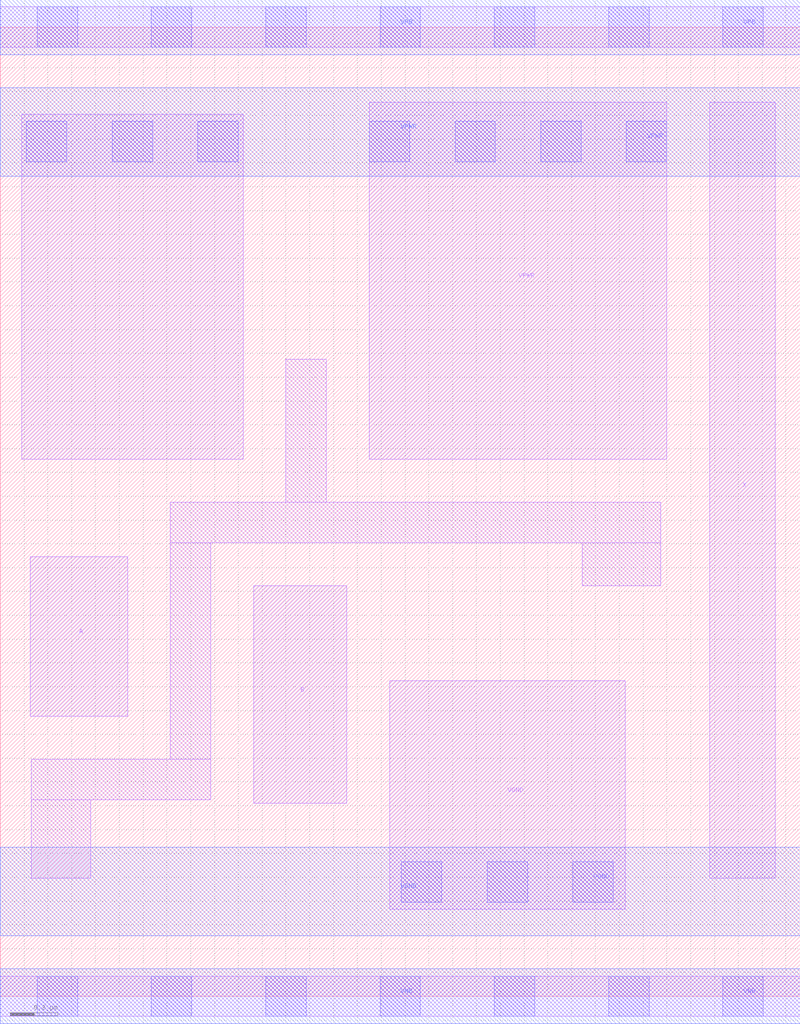
<source format=lef>
# Copyright 2020 The SkyWater PDK Authors
#
# Licensed under the Apache License, Version 2.0 (the "License");
# you may not use this file except in compliance with the License.
# You may obtain a copy of the License at
#
#     https://www.apache.org/licenses/LICENSE-2.0
#
# Unless required by applicable law or agreed to in writing, software
# distributed under the License is distributed on an "AS IS" BASIS,
# WITHOUT WARRANTIES OR CONDITIONS OF ANY KIND, either express or implied.
# See the License for the specific language governing permissions and
# limitations under the License.
#
# SPDX-License-Identifier: Apache-2.0

VERSION 5.7 ;
  NAMESCASESENSITIVE ON ;
  NOWIREEXTENSIONATPIN ON ;
  DIVIDERCHAR "/" ;
  BUSBITCHARS "[]" ;
UNITS
  DATABASE MICRONS 200 ;
END UNITS
MACRO sky130_fd_sc_hvl__and2_1
  CLASS CORE ;
  SOURCE USER ;
  FOREIGN sky130_fd_sc_hvl__and2_1 ;
  ORIGIN  0.000000  0.000000 ;
  SIZE  3.360000 BY  4.070000 ;
  SYMMETRY X Y ;
  SITE unithv ;
  PIN A
    ANTENNAGATEAREA  0.420000 ;
    DIRECTION INPUT ;
    USE SIGNAL ;
    PORT
      LAYER li1 ;
        RECT 0.125000 1.175000 0.535000 1.845000 ;
    END
  END A
  PIN B
    ANTENNAGATEAREA  0.420000 ;
    DIRECTION INPUT ;
    USE SIGNAL ;
    PORT
      LAYER li1 ;
        RECT 1.065000 0.810000 1.455000 1.725000 ;
    END
  END B
  PIN X
    ANTENNADIFFAREA  0.626250 ;
    DIRECTION OUTPUT ;
    USE SIGNAL ;
    PORT
      LAYER li1 ;
        RECT 2.980000 0.495000 3.255000 3.755000 ;
    END
  END X
  PIN VGND
    DIRECTION INOUT ;
    USE GROUND ;
    PORT
      LAYER li1 ;
        RECT 1.635000 0.365000 2.625000 1.325000 ;
      LAYER mcon ;
        RECT 1.685000 0.395000 1.855000 0.565000 ;
        RECT 2.045000 0.395000 2.215000 0.565000 ;
        RECT 2.405000 0.395000 2.575000 0.565000 ;
      LAYER met1 ;
        RECT 0.000000 0.255000 3.360000 0.625000 ;
    END
  END VGND
  PIN VNB
    DIRECTION INOUT ;
    USE GROUND ;
    PORT
      LAYER li1 ;
        RECT 0.000000 -0.085000 3.360000 0.085000 ;
      LAYER mcon ;
        RECT 0.155000 -0.085000 0.325000 0.085000 ;
        RECT 0.635000 -0.085000 0.805000 0.085000 ;
        RECT 1.115000 -0.085000 1.285000 0.085000 ;
        RECT 1.595000 -0.085000 1.765000 0.085000 ;
        RECT 2.075000 -0.085000 2.245000 0.085000 ;
        RECT 2.555000 -0.085000 2.725000 0.085000 ;
        RECT 3.035000 -0.085000 3.205000 0.085000 ;
      LAYER met1 ;
        RECT 0.000000 -0.115000 3.360000 0.115000 ;
    END
  END VNB
  PIN VPB
    DIRECTION INOUT ;
    USE POWER ;
    PORT
      LAYER li1 ;
        RECT 0.000000 3.985000 3.360000 4.155000 ;
      LAYER mcon ;
        RECT 0.155000 3.985000 0.325000 4.155000 ;
        RECT 0.635000 3.985000 0.805000 4.155000 ;
        RECT 1.115000 3.985000 1.285000 4.155000 ;
        RECT 1.595000 3.985000 1.765000 4.155000 ;
        RECT 2.075000 3.985000 2.245000 4.155000 ;
        RECT 2.555000 3.985000 2.725000 4.155000 ;
        RECT 3.035000 3.985000 3.205000 4.155000 ;
      LAYER met1 ;
        RECT 0.000000 3.955000 3.360000 4.185000 ;
    END
  END VPB
  PIN VPWR
    DIRECTION INOUT ;
    USE POWER ;
    PORT
      LAYER li1 ;
        RECT 0.090000 2.255000 1.020000 3.705000 ;
        RECT 1.550000 2.255000 2.800000 3.755000 ;
      LAYER mcon ;
        RECT 0.110000 3.505000 0.280000 3.675000 ;
        RECT 0.470000 3.505000 0.640000 3.675000 ;
        RECT 0.830000 3.505000 1.000000 3.675000 ;
        RECT 1.550000 3.505000 1.720000 3.675000 ;
        RECT 1.910000 3.505000 2.080000 3.675000 ;
        RECT 2.270000 3.505000 2.440000 3.675000 ;
        RECT 2.630000 3.505000 2.800000 3.675000 ;
      LAYER met1 ;
        RECT 0.000000 3.445000 3.360000 3.815000 ;
    END
  END VPWR
  OBS
    LAYER li1 ;
      RECT 0.130000 0.495000 0.380000 0.825000 ;
      RECT 0.130000 0.825000 0.885000 0.995000 ;
      RECT 0.715000 0.995000 0.885000 1.905000 ;
      RECT 0.715000 1.905000 2.775000 2.075000 ;
      RECT 1.200000 2.075000 1.370000 2.675000 ;
      RECT 2.445000 1.725000 2.775000 1.905000 ;
  END
END sky130_fd_sc_hvl__and2_1

</source>
